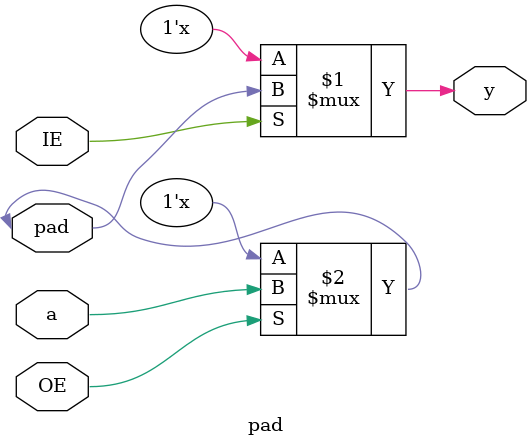
<source format=v>
module pad(pad,IE,OE,y,a);
  input IE,OE,a;
  inout pad;
  output y;
  bufif1 G0(y,pad,IE);
  bufif1 G1(pad,a,OE);
endmodule

</source>
